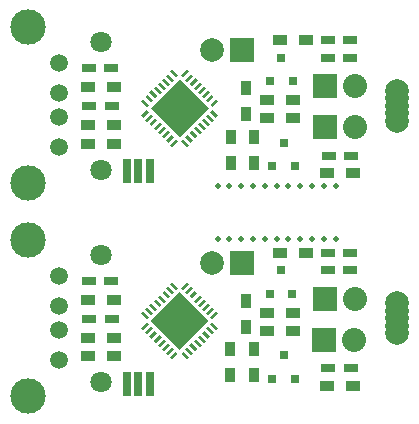
<source format=gts>
G04 #@! TF.FileFunction,Soldermask,Top*
%FSLAX46Y46*%
G04 Gerber Fmt 4.6, Leading zero omitted, Abs format (unit mm)*
G04 Created by KiCad (PCBNEW 0.201604121231+6687~43~ubuntu15.10.1-product) date Mi 13 Apr 2016 13:49:14 CEST*
%MOMM*%
G01*
G04 APERTURE LIST*
%ADD10C,0.100000*%
%ADD11C,2.000000*%
%ADD12C,1.800000*%
%ADD13C,1.500000*%
%ADD14C,3.000000*%
%ADD15R,0.698500X1.998980*%
%ADD16R,1.200000X0.900000*%
%ADD17R,0.900000X1.200000*%
%ADD18R,0.800100X0.800100*%
%ADD19R,2.032000X2.032000*%
%ADD20O,2.032000X2.032000*%
%ADD21R,2.000000X2.000000*%
%ADD22R,1.200000X0.750000*%
%ADD23C,0.500000*%
G04 APERTURE END LIST*
D10*
D11*
X163392800Y-109108800D03*
X163392800Y-111648800D03*
X163392800Y-109743800D03*
X163392800Y-111013800D03*
X163392800Y-110378800D03*
D12*
X138292800Y-105008800D03*
X138292800Y-115808800D03*
D13*
X134792800Y-113920800D03*
X134792800Y-111380800D03*
X134792800Y-109348800D03*
X134792800Y-106808800D03*
D14*
X132125800Y-116968800D03*
X132125800Y-103760800D03*
D15*
X140494380Y-115908840D03*
X141492600Y-115908840D03*
X142493360Y-115908840D03*
D16*
X154592800Y-109908800D03*
X152392800Y-109908800D03*
X157492800Y-116108800D03*
X159692800Y-116108800D03*
D17*
X151292800Y-115208800D03*
X151292800Y-113008800D03*
D16*
X154592800Y-111408800D03*
X152392800Y-111408800D03*
D17*
X150592800Y-108908800D03*
X150592800Y-111108800D03*
D16*
X155692800Y-104808800D03*
X153492800Y-104808800D03*
X139392800Y-108808800D03*
X137192800Y-108808800D03*
X139392800Y-112008800D03*
X137192800Y-112008800D03*
X139392800Y-113608800D03*
X137192800Y-113608800D03*
D17*
X149292800Y-113008800D03*
X149292800Y-115208800D03*
D18*
X152842800Y-115509560D03*
X154742800Y-115509560D03*
X153792800Y-113510580D03*
X152642800Y-108309560D03*
X154542800Y-108309560D03*
X153592800Y-106310580D03*
D19*
X157252800Y-112208800D03*
D20*
X159792800Y-112208800D03*
D19*
X157292800Y-108708800D03*
D20*
X159832800Y-108708800D03*
D10*
G36*
X141899208Y-111384495D02*
X141722431Y-111207718D01*
X142217406Y-110712743D01*
X142394183Y-110889520D01*
X141899208Y-111384495D01*
X141899208Y-111384495D01*
G37*
G36*
X142252761Y-111738049D02*
X142075984Y-111561272D01*
X142570959Y-111066297D01*
X142747736Y-111243074D01*
X142252761Y-111738049D01*
X142252761Y-111738049D01*
G37*
G36*
X142606315Y-112091602D02*
X142429538Y-111914825D01*
X142924513Y-111419850D01*
X143101290Y-111596627D01*
X142606315Y-112091602D01*
X142606315Y-112091602D01*
G37*
G36*
X142959868Y-112445156D02*
X142783091Y-112268379D01*
X143278066Y-111773404D01*
X143454843Y-111950181D01*
X142959868Y-112445156D01*
X142959868Y-112445156D01*
G37*
G36*
X143313421Y-112798709D02*
X143136644Y-112621932D01*
X143631619Y-112126957D01*
X143808396Y-112303734D01*
X143313421Y-112798709D01*
X143313421Y-112798709D01*
G37*
G36*
X143666975Y-113152262D02*
X143490198Y-112975485D01*
X143985173Y-112480510D01*
X144161950Y-112657287D01*
X143666975Y-113152262D01*
X143666975Y-113152262D01*
G37*
G36*
X144020528Y-113505816D02*
X143843751Y-113329039D01*
X144338726Y-112834064D01*
X144515503Y-113010841D01*
X144020528Y-113505816D01*
X144020528Y-113505816D01*
G37*
G36*
X144374082Y-113859369D02*
X144197305Y-113682592D01*
X144692280Y-113187617D01*
X144869057Y-113364394D01*
X144374082Y-113859369D01*
X144374082Y-113859369D01*
G37*
G36*
X145788295Y-113682592D02*
X145611518Y-113859369D01*
X145116543Y-113364394D01*
X145293320Y-113187617D01*
X145788295Y-113682592D01*
X145788295Y-113682592D01*
G37*
G36*
X146141849Y-113329039D02*
X145965072Y-113505816D01*
X145470097Y-113010841D01*
X145646874Y-112834064D01*
X146141849Y-113329039D01*
X146141849Y-113329039D01*
G37*
G36*
X146495402Y-112975485D02*
X146318625Y-113152262D01*
X145823650Y-112657287D01*
X146000427Y-112480510D01*
X146495402Y-112975485D01*
X146495402Y-112975485D01*
G37*
G36*
X146848956Y-112621932D02*
X146672179Y-112798709D01*
X146177204Y-112303734D01*
X146353981Y-112126957D01*
X146848956Y-112621932D01*
X146848956Y-112621932D01*
G37*
G36*
X147202509Y-112268379D02*
X147025732Y-112445156D01*
X146530757Y-111950181D01*
X146707534Y-111773404D01*
X147202509Y-112268379D01*
X147202509Y-112268379D01*
G37*
G36*
X147556062Y-111914825D02*
X147379285Y-112091602D01*
X146884310Y-111596627D01*
X147061087Y-111419850D01*
X147556062Y-111914825D01*
X147556062Y-111914825D01*
G37*
G36*
X147909616Y-111561272D02*
X147732839Y-111738049D01*
X147237864Y-111243074D01*
X147414641Y-111066297D01*
X147909616Y-111561272D01*
X147909616Y-111561272D01*
G37*
G36*
X148263169Y-111207718D02*
X148086392Y-111384495D01*
X147591417Y-110889520D01*
X147768194Y-110712743D01*
X148263169Y-111207718D01*
X148263169Y-111207718D01*
G37*
G36*
X147768194Y-110465257D02*
X147591417Y-110288480D01*
X148086392Y-109793505D01*
X148263169Y-109970282D01*
X147768194Y-110465257D01*
X147768194Y-110465257D01*
G37*
G36*
X147414641Y-110111703D02*
X147237864Y-109934926D01*
X147732839Y-109439951D01*
X147909616Y-109616728D01*
X147414641Y-110111703D01*
X147414641Y-110111703D01*
G37*
G36*
X147061087Y-109758150D02*
X146884310Y-109581373D01*
X147379285Y-109086398D01*
X147556062Y-109263175D01*
X147061087Y-109758150D01*
X147061087Y-109758150D01*
G37*
G36*
X146707534Y-109404596D02*
X146530757Y-109227819D01*
X147025732Y-108732844D01*
X147202509Y-108909621D01*
X146707534Y-109404596D01*
X146707534Y-109404596D01*
G37*
G36*
X146353981Y-109051043D02*
X146177204Y-108874266D01*
X146672179Y-108379291D01*
X146848956Y-108556068D01*
X146353981Y-109051043D01*
X146353981Y-109051043D01*
G37*
G36*
X146000427Y-108697490D02*
X145823650Y-108520713D01*
X146318625Y-108025738D01*
X146495402Y-108202515D01*
X146000427Y-108697490D01*
X146000427Y-108697490D01*
G37*
G36*
X145646874Y-108343936D02*
X145470097Y-108167159D01*
X145965072Y-107672184D01*
X146141849Y-107848961D01*
X145646874Y-108343936D01*
X145646874Y-108343936D01*
G37*
G36*
X145293320Y-107990383D02*
X145116543Y-107813606D01*
X145611518Y-107318631D01*
X145788295Y-107495408D01*
X145293320Y-107990383D01*
X145293320Y-107990383D01*
G37*
G36*
X144869057Y-107813606D02*
X144692280Y-107990383D01*
X144197305Y-107495408D01*
X144374082Y-107318631D01*
X144869057Y-107813606D01*
X144869057Y-107813606D01*
G37*
G36*
X144515503Y-108167159D02*
X144338726Y-108343936D01*
X143843751Y-107848961D01*
X144020528Y-107672184D01*
X144515503Y-108167159D01*
X144515503Y-108167159D01*
G37*
G36*
X144161950Y-108520713D02*
X143985173Y-108697490D01*
X143490198Y-108202515D01*
X143666975Y-108025738D01*
X144161950Y-108520713D01*
X144161950Y-108520713D01*
G37*
G36*
X143808396Y-108874266D02*
X143631619Y-109051043D01*
X143136644Y-108556068D01*
X143313421Y-108379291D01*
X143808396Y-108874266D01*
X143808396Y-108874266D01*
G37*
G36*
X143454843Y-109227819D02*
X143278066Y-109404596D01*
X142783091Y-108909621D01*
X142959868Y-108732844D01*
X143454843Y-109227819D01*
X143454843Y-109227819D01*
G37*
G36*
X143101290Y-109581373D02*
X142924513Y-109758150D01*
X142429538Y-109263175D01*
X142606315Y-109086398D01*
X143101290Y-109581373D01*
X143101290Y-109581373D01*
G37*
G36*
X142747736Y-109934926D02*
X142570959Y-110111703D01*
X142075984Y-109616728D01*
X142252761Y-109439951D01*
X142747736Y-109934926D01*
X142747736Y-109934926D01*
G37*
G36*
X142394183Y-110288480D02*
X142217406Y-110465257D01*
X141722431Y-109970282D01*
X141899208Y-109793505D01*
X142394183Y-110288480D01*
X142394183Y-110288480D01*
G37*
G36*
X146212559Y-111808759D02*
X144992800Y-110589000D01*
X146212559Y-109369241D01*
X147432318Y-110589000D01*
X146212559Y-111808759D01*
X146212559Y-111808759D01*
G37*
G36*
X144992800Y-110589000D02*
X143773041Y-109369241D01*
X144992800Y-108149482D01*
X146212559Y-109369241D01*
X144992800Y-110589000D01*
X144992800Y-110589000D01*
G37*
G36*
X144992800Y-113028518D02*
X143773041Y-111808759D01*
X144992800Y-110589000D01*
X146212559Y-111808759D01*
X144992800Y-113028518D01*
X144992800Y-113028518D01*
G37*
G36*
X143773041Y-111808759D02*
X142553282Y-110589000D01*
X143773041Y-109369241D01*
X144992800Y-110589000D01*
X143773041Y-111808759D01*
X143773041Y-111808759D01*
G37*
D21*
X150292800Y-105708800D03*
D11*
X147752800Y-105708800D03*
D22*
X157592800Y-114608800D03*
X159492800Y-114608800D03*
X159442800Y-106308800D03*
X157542800Y-106308800D03*
X159442800Y-104808800D03*
X157542800Y-104808800D03*
X137342800Y-110408800D03*
X139242800Y-110408800D03*
X137292800Y-107208800D03*
X139192800Y-107208800D03*
X137300000Y-89200000D03*
X139200000Y-89200000D03*
X137350000Y-92400000D03*
X139250000Y-92400000D03*
X159450000Y-86800000D03*
X157550000Y-86800000D03*
X159450000Y-88300000D03*
X157550000Y-88300000D03*
X157600000Y-96600000D03*
X159500000Y-96600000D03*
D21*
X150300000Y-87700000D03*
D11*
X147760000Y-87700000D03*
D10*
G36*
X141906408Y-93375695D02*
X141729631Y-93198918D01*
X142224606Y-92703943D01*
X142401383Y-92880720D01*
X141906408Y-93375695D01*
X141906408Y-93375695D01*
G37*
G36*
X142259961Y-93729249D02*
X142083184Y-93552472D01*
X142578159Y-93057497D01*
X142754936Y-93234274D01*
X142259961Y-93729249D01*
X142259961Y-93729249D01*
G37*
G36*
X142613515Y-94082802D02*
X142436738Y-93906025D01*
X142931713Y-93411050D01*
X143108490Y-93587827D01*
X142613515Y-94082802D01*
X142613515Y-94082802D01*
G37*
G36*
X142967068Y-94436356D02*
X142790291Y-94259579D01*
X143285266Y-93764604D01*
X143462043Y-93941381D01*
X142967068Y-94436356D01*
X142967068Y-94436356D01*
G37*
G36*
X143320621Y-94789909D02*
X143143844Y-94613132D01*
X143638819Y-94118157D01*
X143815596Y-94294934D01*
X143320621Y-94789909D01*
X143320621Y-94789909D01*
G37*
G36*
X143674175Y-95143462D02*
X143497398Y-94966685D01*
X143992373Y-94471710D01*
X144169150Y-94648487D01*
X143674175Y-95143462D01*
X143674175Y-95143462D01*
G37*
G36*
X144027728Y-95497016D02*
X143850951Y-95320239D01*
X144345926Y-94825264D01*
X144522703Y-95002041D01*
X144027728Y-95497016D01*
X144027728Y-95497016D01*
G37*
G36*
X144381282Y-95850569D02*
X144204505Y-95673792D01*
X144699480Y-95178817D01*
X144876257Y-95355594D01*
X144381282Y-95850569D01*
X144381282Y-95850569D01*
G37*
G36*
X145795495Y-95673792D02*
X145618718Y-95850569D01*
X145123743Y-95355594D01*
X145300520Y-95178817D01*
X145795495Y-95673792D01*
X145795495Y-95673792D01*
G37*
G36*
X146149049Y-95320239D02*
X145972272Y-95497016D01*
X145477297Y-95002041D01*
X145654074Y-94825264D01*
X146149049Y-95320239D01*
X146149049Y-95320239D01*
G37*
G36*
X146502602Y-94966685D02*
X146325825Y-95143462D01*
X145830850Y-94648487D01*
X146007627Y-94471710D01*
X146502602Y-94966685D01*
X146502602Y-94966685D01*
G37*
G36*
X146856156Y-94613132D02*
X146679379Y-94789909D01*
X146184404Y-94294934D01*
X146361181Y-94118157D01*
X146856156Y-94613132D01*
X146856156Y-94613132D01*
G37*
G36*
X147209709Y-94259579D02*
X147032932Y-94436356D01*
X146537957Y-93941381D01*
X146714734Y-93764604D01*
X147209709Y-94259579D01*
X147209709Y-94259579D01*
G37*
G36*
X147563262Y-93906025D02*
X147386485Y-94082802D01*
X146891510Y-93587827D01*
X147068287Y-93411050D01*
X147563262Y-93906025D01*
X147563262Y-93906025D01*
G37*
G36*
X147916816Y-93552472D02*
X147740039Y-93729249D01*
X147245064Y-93234274D01*
X147421841Y-93057497D01*
X147916816Y-93552472D01*
X147916816Y-93552472D01*
G37*
G36*
X148270369Y-93198918D02*
X148093592Y-93375695D01*
X147598617Y-92880720D01*
X147775394Y-92703943D01*
X148270369Y-93198918D01*
X148270369Y-93198918D01*
G37*
G36*
X147775394Y-92456457D02*
X147598617Y-92279680D01*
X148093592Y-91784705D01*
X148270369Y-91961482D01*
X147775394Y-92456457D01*
X147775394Y-92456457D01*
G37*
G36*
X147421841Y-92102903D02*
X147245064Y-91926126D01*
X147740039Y-91431151D01*
X147916816Y-91607928D01*
X147421841Y-92102903D01*
X147421841Y-92102903D01*
G37*
G36*
X147068287Y-91749350D02*
X146891510Y-91572573D01*
X147386485Y-91077598D01*
X147563262Y-91254375D01*
X147068287Y-91749350D01*
X147068287Y-91749350D01*
G37*
G36*
X146714734Y-91395796D02*
X146537957Y-91219019D01*
X147032932Y-90724044D01*
X147209709Y-90900821D01*
X146714734Y-91395796D01*
X146714734Y-91395796D01*
G37*
G36*
X146361181Y-91042243D02*
X146184404Y-90865466D01*
X146679379Y-90370491D01*
X146856156Y-90547268D01*
X146361181Y-91042243D01*
X146361181Y-91042243D01*
G37*
G36*
X146007627Y-90688690D02*
X145830850Y-90511913D01*
X146325825Y-90016938D01*
X146502602Y-90193715D01*
X146007627Y-90688690D01*
X146007627Y-90688690D01*
G37*
G36*
X145654074Y-90335136D02*
X145477297Y-90158359D01*
X145972272Y-89663384D01*
X146149049Y-89840161D01*
X145654074Y-90335136D01*
X145654074Y-90335136D01*
G37*
G36*
X145300520Y-89981583D02*
X145123743Y-89804806D01*
X145618718Y-89309831D01*
X145795495Y-89486608D01*
X145300520Y-89981583D01*
X145300520Y-89981583D01*
G37*
G36*
X144876257Y-89804806D02*
X144699480Y-89981583D01*
X144204505Y-89486608D01*
X144381282Y-89309831D01*
X144876257Y-89804806D01*
X144876257Y-89804806D01*
G37*
G36*
X144522703Y-90158359D02*
X144345926Y-90335136D01*
X143850951Y-89840161D01*
X144027728Y-89663384D01*
X144522703Y-90158359D01*
X144522703Y-90158359D01*
G37*
G36*
X144169150Y-90511913D02*
X143992373Y-90688690D01*
X143497398Y-90193715D01*
X143674175Y-90016938D01*
X144169150Y-90511913D01*
X144169150Y-90511913D01*
G37*
G36*
X143815596Y-90865466D02*
X143638819Y-91042243D01*
X143143844Y-90547268D01*
X143320621Y-90370491D01*
X143815596Y-90865466D01*
X143815596Y-90865466D01*
G37*
G36*
X143462043Y-91219019D02*
X143285266Y-91395796D01*
X142790291Y-90900821D01*
X142967068Y-90724044D01*
X143462043Y-91219019D01*
X143462043Y-91219019D01*
G37*
G36*
X143108490Y-91572573D02*
X142931713Y-91749350D01*
X142436738Y-91254375D01*
X142613515Y-91077598D01*
X143108490Y-91572573D01*
X143108490Y-91572573D01*
G37*
G36*
X142754936Y-91926126D02*
X142578159Y-92102903D01*
X142083184Y-91607928D01*
X142259961Y-91431151D01*
X142754936Y-91926126D01*
X142754936Y-91926126D01*
G37*
G36*
X142401383Y-92279680D02*
X142224606Y-92456457D01*
X141729631Y-91961482D01*
X141906408Y-91784705D01*
X142401383Y-92279680D01*
X142401383Y-92279680D01*
G37*
G36*
X146219759Y-93799959D02*
X145000000Y-92580200D01*
X146219759Y-91360441D01*
X147439518Y-92580200D01*
X146219759Y-93799959D01*
X146219759Y-93799959D01*
G37*
G36*
X145000000Y-92580200D02*
X143780241Y-91360441D01*
X145000000Y-90140682D01*
X146219759Y-91360441D01*
X145000000Y-92580200D01*
X145000000Y-92580200D01*
G37*
G36*
X145000000Y-95019718D02*
X143780241Y-93799959D01*
X145000000Y-92580200D01*
X146219759Y-93799959D01*
X145000000Y-95019718D01*
X145000000Y-95019718D01*
G37*
G36*
X143780241Y-93799959D02*
X142560482Y-92580200D01*
X143780241Y-91360441D01*
X145000000Y-92580200D01*
X143780241Y-93799959D01*
X143780241Y-93799959D01*
G37*
D19*
X157300000Y-90700000D03*
D20*
X159840000Y-90700000D03*
D19*
X157260000Y-94200000D03*
D20*
X159800000Y-94200000D03*
D18*
X152650000Y-90300760D03*
X154550000Y-90300760D03*
X153600000Y-88301780D03*
X152850000Y-97500760D03*
X154750000Y-97500760D03*
X153800000Y-95501780D03*
D17*
X149300000Y-95000000D03*
X149300000Y-97200000D03*
D16*
X139400000Y-95600000D03*
X137200000Y-95600000D03*
X139400000Y-94000000D03*
X137200000Y-94000000D03*
X139400000Y-90800000D03*
X137200000Y-90800000D03*
X155700000Y-86800000D03*
X153500000Y-86800000D03*
D17*
X150600000Y-90900000D03*
X150600000Y-93100000D03*
D16*
X154600000Y-93400000D03*
X152400000Y-93400000D03*
D17*
X151300000Y-97200000D03*
X151300000Y-95000000D03*
D16*
X157500000Y-98100000D03*
X159700000Y-98100000D03*
X154600000Y-91900000D03*
X152400000Y-91900000D03*
D15*
X140501580Y-97900040D03*
X141499800Y-97900040D03*
X142500560Y-97900040D03*
D13*
X134800000Y-95912000D03*
X134800000Y-93372000D03*
X134800000Y-91340000D03*
X134800000Y-88800000D03*
D14*
X132133000Y-98960000D03*
X132133000Y-85752000D03*
D23*
X148200000Y-99150000D03*
X149200000Y-99150000D03*
X150200000Y-99150000D03*
X151200000Y-99150000D03*
X152200000Y-99150000D03*
X153200000Y-99150000D03*
X154200000Y-99150000D03*
X155200000Y-99150000D03*
X156200000Y-99150000D03*
X157200000Y-99150000D03*
X158200000Y-99150000D03*
X158200000Y-103650000D03*
X157200000Y-103650000D03*
X156200000Y-103650000D03*
X155200000Y-103650000D03*
X154200000Y-103650000D03*
X153200000Y-103650000D03*
X152200000Y-103650000D03*
X151200000Y-103650000D03*
X150200000Y-103650000D03*
X149200000Y-103650000D03*
X148200000Y-103650000D03*
D12*
X138300000Y-87000000D03*
X138300000Y-97800000D03*
D11*
X163400000Y-91100000D03*
X163400000Y-93640000D03*
X163400000Y-91735000D03*
X163400000Y-93005000D03*
X163400000Y-92370000D03*
M02*

</source>
